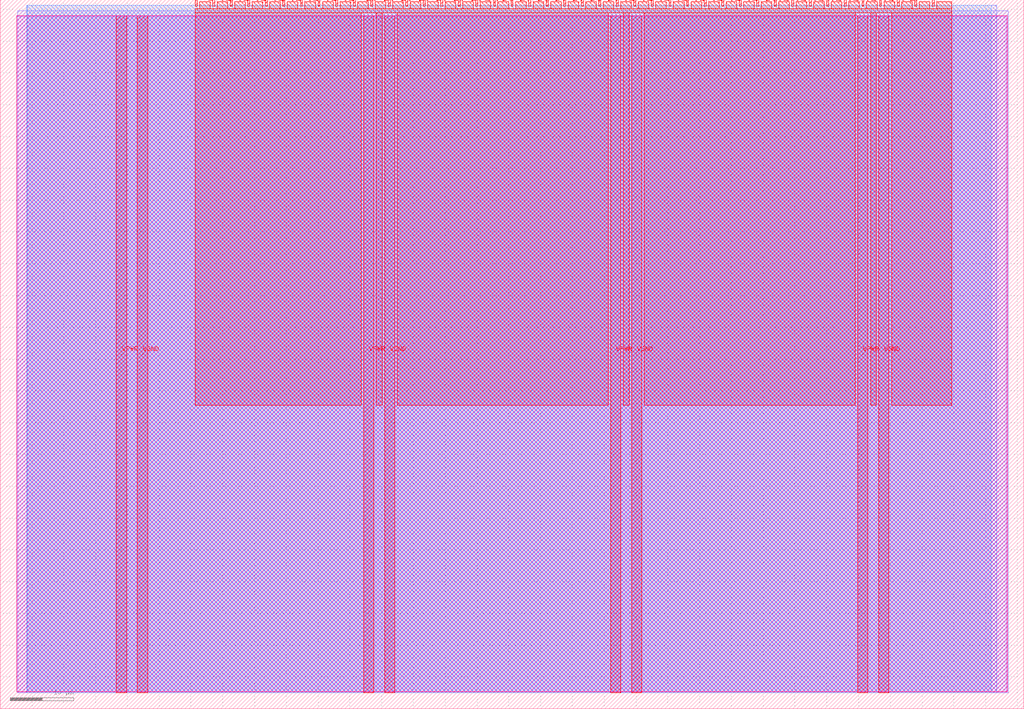
<source format=lef>
VERSION 5.7 ;
  NOWIREEXTENSIONATPIN ON ;
  DIVIDERCHAR "/" ;
  BUSBITCHARS "[]" ;
MACRO tt_um_rejunity_sn76489
  CLASS BLOCK ;
  FOREIGN tt_um_rejunity_sn76489 ;
  ORIGIN 0.000 0.000 ;
  SIZE 161.000 BY 111.520 ;
  PIN VGND
    DIRECTION INOUT ;
    USE GROUND ;
    PORT
      LAYER met4 ;
        RECT 21.580 2.480 23.180 109.040 ;
    END
    PORT
      LAYER met4 ;
        RECT 60.450 2.480 62.050 109.040 ;
    END
    PORT
      LAYER met4 ;
        RECT 99.320 2.480 100.920 109.040 ;
    END
    PORT
      LAYER met4 ;
        RECT 138.190 2.480 139.790 109.040 ;
    END
  END VGND
  PIN VPWR
    DIRECTION INOUT ;
    USE POWER ;
    PORT
      LAYER met4 ;
        RECT 18.280 2.480 19.880 109.040 ;
    END
    PORT
      LAYER met4 ;
        RECT 57.150 2.480 58.750 109.040 ;
    END
    PORT
      LAYER met4 ;
        RECT 96.020 2.480 97.620 109.040 ;
    END
    PORT
      LAYER met4 ;
        RECT 134.890 2.480 136.490 109.040 ;
    END
  END VPWR
  PIN clk
    DIRECTION INPUT ;
    USE SIGNAL ;
    ANTENNAGATEAREA 0.852000 ;
    PORT
      LAYER met4 ;
        RECT 143.830 110.520 144.130 111.520 ;
    END
  END clk
  PIN ena
    DIRECTION INPUT ;
    USE SIGNAL ;
    PORT
      LAYER met4 ;
        RECT 146.590 110.520 146.890 111.520 ;
    END
  END ena
  PIN rst_n
    DIRECTION INPUT ;
    USE SIGNAL ;
    ANTENNAGATEAREA 0.196500 ;
    PORT
      LAYER met4 ;
        RECT 141.070 110.520 141.370 111.520 ;
    END
  END rst_n
  PIN ui_in[0]
    DIRECTION INPUT ;
    USE SIGNAL ;
    ANTENNAGATEAREA 0.196500 ;
    PORT
      LAYER met4 ;
        RECT 138.310 110.520 138.610 111.520 ;
    END
  END ui_in[0]
  PIN ui_in[1]
    DIRECTION INPUT ;
    USE SIGNAL ;
    ANTENNAGATEAREA 0.196500 ;
    PORT
      LAYER met4 ;
        RECT 135.550 110.520 135.850 111.520 ;
    END
  END ui_in[1]
  PIN ui_in[2]
    DIRECTION INPUT ;
    USE SIGNAL ;
    ANTENNAGATEAREA 0.196500 ;
    PORT
      LAYER met4 ;
        RECT 132.790 110.520 133.090 111.520 ;
    END
  END ui_in[2]
  PIN ui_in[3]
    DIRECTION INPUT ;
    USE SIGNAL ;
    ANTENNAGATEAREA 0.213000 ;
    PORT
      LAYER met4 ;
        RECT 130.030 110.520 130.330 111.520 ;
    END
  END ui_in[3]
  PIN ui_in[4]
    DIRECTION INPUT ;
    USE SIGNAL ;
    ANTENNAGATEAREA 0.196500 ;
    PORT
      LAYER met4 ;
        RECT 127.270 110.520 127.570 111.520 ;
    END
  END ui_in[4]
  PIN ui_in[5]
    DIRECTION INPUT ;
    USE SIGNAL ;
    ANTENNAGATEAREA 0.196500 ;
    PORT
      LAYER met4 ;
        RECT 124.510 110.520 124.810 111.520 ;
    END
  END ui_in[5]
  PIN ui_in[6]
    DIRECTION INPUT ;
    USE SIGNAL ;
    ANTENNAGATEAREA 0.196500 ;
    PORT
      LAYER met4 ;
        RECT 121.750 110.520 122.050 111.520 ;
    END
  END ui_in[6]
  PIN ui_in[7]
    DIRECTION INPUT ;
    USE SIGNAL ;
    ANTENNAGATEAREA 0.126000 ;
    PORT
      LAYER met4 ;
        RECT 118.990 110.520 119.290 111.520 ;
    END
  END ui_in[7]
  PIN uio_in[0]
    DIRECTION INPUT ;
    USE SIGNAL ;
    ANTENNAGATEAREA 0.213000 ;
    PORT
      LAYER met4 ;
        RECT 116.230 110.520 116.530 111.520 ;
    END
  END uio_in[0]
  PIN uio_in[1]
    DIRECTION INPUT ;
    USE SIGNAL ;
    ANTENNAGATEAREA 0.196500 ;
    PORT
      LAYER met4 ;
        RECT 113.470 110.520 113.770 111.520 ;
    END
  END uio_in[1]
  PIN uio_in[2]
    DIRECTION INPUT ;
    USE SIGNAL ;
    ANTENNAGATEAREA 0.196500 ;
    PORT
      LAYER met4 ;
        RECT 110.710 110.520 111.010 111.520 ;
    END
  END uio_in[2]
  PIN uio_in[3]
    DIRECTION INPUT ;
    USE SIGNAL ;
    PORT
      LAYER met4 ;
        RECT 107.950 110.520 108.250 111.520 ;
    END
  END uio_in[3]
  PIN uio_in[4]
    DIRECTION INPUT ;
    USE SIGNAL ;
    PORT
      LAYER met4 ;
        RECT 105.190 110.520 105.490 111.520 ;
    END
  END uio_in[4]
  PIN uio_in[5]
    DIRECTION INPUT ;
    USE SIGNAL ;
    PORT
      LAYER met4 ;
        RECT 102.430 110.520 102.730 111.520 ;
    END
  END uio_in[5]
  PIN uio_in[6]
    DIRECTION INPUT ;
    USE SIGNAL ;
    PORT
      LAYER met4 ;
        RECT 99.670 110.520 99.970 111.520 ;
    END
  END uio_in[6]
  PIN uio_in[7]
    DIRECTION INPUT ;
    USE SIGNAL ;
    PORT
      LAYER met4 ;
        RECT 96.910 110.520 97.210 111.520 ;
    END
  END uio_in[7]
  PIN uio_oe[0]
    DIRECTION OUTPUT ;
    USE SIGNAL ;
    PORT
      LAYER met4 ;
        RECT 49.990 110.520 50.290 111.520 ;
    END
  END uio_oe[0]
  PIN uio_oe[1]
    DIRECTION OUTPUT ;
    USE SIGNAL ;
    PORT
      LAYER met4 ;
        RECT 47.230 110.520 47.530 111.520 ;
    END
  END uio_oe[1]
  PIN uio_oe[2]
    DIRECTION OUTPUT ;
    USE SIGNAL ;
    PORT
      LAYER met4 ;
        RECT 44.470 110.520 44.770 111.520 ;
    END
  END uio_oe[2]
  PIN uio_oe[3]
    DIRECTION OUTPUT ;
    USE SIGNAL ;
    PORT
      LAYER met4 ;
        RECT 41.710 110.520 42.010 111.520 ;
    END
  END uio_oe[3]
  PIN uio_oe[4]
    DIRECTION OUTPUT ;
    USE SIGNAL ;
    PORT
      LAYER met4 ;
        RECT 38.950 110.520 39.250 111.520 ;
    END
  END uio_oe[4]
  PIN uio_oe[5]
    DIRECTION OUTPUT ;
    USE SIGNAL ;
    PORT
      LAYER met4 ;
        RECT 36.190 110.520 36.490 111.520 ;
    END
  END uio_oe[5]
  PIN uio_oe[6]
    DIRECTION OUTPUT ;
    USE SIGNAL ;
    PORT
      LAYER met4 ;
        RECT 33.430 110.520 33.730 111.520 ;
    END
  END uio_oe[6]
  PIN uio_oe[7]
    DIRECTION OUTPUT ;
    USE SIGNAL ;
    PORT
      LAYER met4 ;
        RECT 30.670 110.520 30.970 111.520 ;
    END
  END uio_oe[7]
  PIN uio_out[0]
    DIRECTION OUTPUT ;
    USE SIGNAL ;
    PORT
      LAYER met4 ;
        RECT 72.070 110.520 72.370 111.520 ;
    END
  END uio_out[0]
  PIN uio_out[1]
    DIRECTION OUTPUT ;
    USE SIGNAL ;
    PORT
      LAYER met4 ;
        RECT 69.310 110.520 69.610 111.520 ;
    END
  END uio_out[1]
  PIN uio_out[2]
    DIRECTION OUTPUT ;
    USE SIGNAL ;
    PORT
      LAYER met4 ;
        RECT 66.550 110.520 66.850 111.520 ;
    END
  END uio_out[2]
  PIN uio_out[3]
    DIRECTION OUTPUT ;
    USE SIGNAL ;
    ANTENNADIFFAREA 0.795200 ;
    PORT
      LAYER met4 ;
        RECT 63.790 110.520 64.090 111.520 ;
    END
  END uio_out[3]
  PIN uio_out[4]
    DIRECTION OUTPUT ;
    USE SIGNAL ;
    ANTENNADIFFAREA 0.445500 ;
    PORT
      LAYER met4 ;
        RECT 61.030 110.520 61.330 111.520 ;
    END
  END uio_out[4]
  PIN uio_out[5]
    DIRECTION OUTPUT ;
    USE SIGNAL ;
    ANTENNADIFFAREA 0.795200 ;
    PORT
      LAYER met4 ;
        RECT 58.270 110.520 58.570 111.520 ;
    END
  END uio_out[5]
  PIN uio_out[6]
    DIRECTION OUTPUT ;
    USE SIGNAL ;
    ANTENNADIFFAREA 0.795200 ;
    PORT
      LAYER met4 ;
        RECT 55.510 110.520 55.810 111.520 ;
    END
  END uio_out[6]
  PIN uio_out[7]
    DIRECTION OUTPUT ;
    USE SIGNAL ;
    ANTENNADIFFAREA 0.445500 ;
    PORT
      LAYER met4 ;
        RECT 52.750 110.520 53.050 111.520 ;
    END
  END uio_out[7]
  PIN uo_out[0]
    DIRECTION OUTPUT ;
    USE SIGNAL ;
    ANTENNAGATEAREA 0.621000 ;
    ANTENNADIFFAREA 1.524450 ;
    PORT
      LAYER met4 ;
        RECT 94.150 110.520 94.450 111.520 ;
    END
  END uo_out[0]
  PIN uo_out[1]
    DIRECTION OUTPUT ;
    USE SIGNAL ;
    ANTENNAGATEAREA 0.742500 ;
    ANTENNADIFFAREA 1.721000 ;
    PORT
      LAYER met4 ;
        RECT 91.390 110.520 91.690 111.520 ;
    END
  END uo_out[1]
  PIN uo_out[2]
    DIRECTION OUTPUT ;
    USE SIGNAL ;
    ANTENNAGATEAREA 0.373500 ;
    ANTENNADIFFAREA 1.524450 ;
    PORT
      LAYER met4 ;
        RECT 88.630 110.520 88.930 111.520 ;
    END
  END uo_out[2]
  PIN uo_out[3]
    DIRECTION OUTPUT ;
    USE SIGNAL ;
    ANTENNAGATEAREA 0.495000 ;
    ANTENNADIFFAREA 1.721000 ;
    PORT
      LAYER met4 ;
        RECT 85.870 110.520 86.170 111.520 ;
    END
  END uo_out[3]
  PIN uo_out[4]
    DIRECTION OUTPUT ;
    USE SIGNAL ;
    ANTENNAGATEAREA 0.742500 ;
    ANTENNADIFFAREA 1.242000 ;
    PORT
      LAYER met4 ;
        RECT 83.110 110.520 83.410 111.520 ;
    END
  END uo_out[4]
  PIN uo_out[5]
    DIRECTION OUTPUT ;
    USE SIGNAL ;
    ANTENNAGATEAREA 0.495000 ;
    ANTENNADIFFAREA 1.721000 ;
    PORT
      LAYER met4 ;
        RECT 80.350 110.520 80.650 111.520 ;
    END
  END uo_out[5]
  PIN uo_out[6]
    DIRECTION OUTPUT ;
    USE SIGNAL ;
    ANTENNAGATEAREA 0.742500 ;
    ANTENNADIFFAREA 1.721000 ;
    PORT
      LAYER met4 ;
        RECT 77.590 110.520 77.890 111.520 ;
    END
  END uo_out[6]
  PIN uo_out[7]
    DIRECTION OUTPUT ;
    USE SIGNAL ;
    ANTENNAGATEAREA 0.373500 ;
    ANTENNADIFFAREA 1.484000 ;
    PORT
      LAYER met4 ;
        RECT 74.830 110.520 75.130 111.520 ;
    END
  END uo_out[7]
  OBS
      LAYER nwell ;
        RECT 2.570 2.635 158.430 108.990 ;
      LAYER li1 ;
        RECT 2.760 2.635 158.240 108.885 ;
      LAYER met1 ;
        RECT 2.760 2.480 158.540 109.780 ;
      LAYER met2 ;
        RECT 4.230 2.535 156.760 110.685 ;
      LAYER met3 ;
        RECT 4.205 2.555 155.875 110.665 ;
      LAYER met4 ;
        RECT 31.370 110.120 33.030 111.170 ;
        RECT 34.130 110.120 35.790 111.170 ;
        RECT 36.890 110.120 38.550 111.170 ;
        RECT 39.650 110.120 41.310 111.170 ;
        RECT 42.410 110.120 44.070 111.170 ;
        RECT 45.170 110.120 46.830 111.170 ;
        RECT 47.930 110.120 49.590 111.170 ;
        RECT 50.690 110.120 52.350 111.170 ;
        RECT 53.450 110.120 55.110 111.170 ;
        RECT 56.210 110.120 57.870 111.170 ;
        RECT 58.970 110.120 60.630 111.170 ;
        RECT 61.730 110.120 63.390 111.170 ;
        RECT 64.490 110.120 66.150 111.170 ;
        RECT 67.250 110.120 68.910 111.170 ;
        RECT 70.010 110.120 71.670 111.170 ;
        RECT 72.770 110.120 74.430 111.170 ;
        RECT 75.530 110.120 77.190 111.170 ;
        RECT 78.290 110.120 79.950 111.170 ;
        RECT 81.050 110.120 82.710 111.170 ;
        RECT 83.810 110.120 85.470 111.170 ;
        RECT 86.570 110.120 88.230 111.170 ;
        RECT 89.330 110.120 90.990 111.170 ;
        RECT 92.090 110.120 93.750 111.170 ;
        RECT 94.850 110.120 96.510 111.170 ;
        RECT 97.610 110.120 99.270 111.170 ;
        RECT 100.370 110.120 102.030 111.170 ;
        RECT 103.130 110.120 104.790 111.170 ;
        RECT 105.890 110.120 107.550 111.170 ;
        RECT 108.650 110.120 110.310 111.170 ;
        RECT 111.410 110.120 113.070 111.170 ;
        RECT 114.170 110.120 115.830 111.170 ;
        RECT 116.930 110.120 118.590 111.170 ;
        RECT 119.690 110.120 121.350 111.170 ;
        RECT 122.450 110.120 124.110 111.170 ;
        RECT 125.210 110.120 126.870 111.170 ;
        RECT 127.970 110.120 129.630 111.170 ;
        RECT 130.730 110.120 132.390 111.170 ;
        RECT 133.490 110.120 135.150 111.170 ;
        RECT 136.250 110.120 137.910 111.170 ;
        RECT 139.010 110.120 140.670 111.170 ;
        RECT 141.770 110.120 143.430 111.170 ;
        RECT 144.530 110.120 146.190 111.170 ;
        RECT 147.290 110.120 149.665 111.170 ;
        RECT 30.655 109.440 149.665 110.120 ;
        RECT 30.655 47.775 56.750 109.440 ;
        RECT 59.150 47.775 60.050 109.440 ;
        RECT 62.450 47.775 95.620 109.440 ;
        RECT 98.020 47.775 98.920 109.440 ;
        RECT 101.320 47.775 134.490 109.440 ;
        RECT 136.890 47.775 137.790 109.440 ;
        RECT 140.190 47.775 149.665 109.440 ;
  END
END tt_um_rejunity_sn76489
END LIBRARY


</source>
